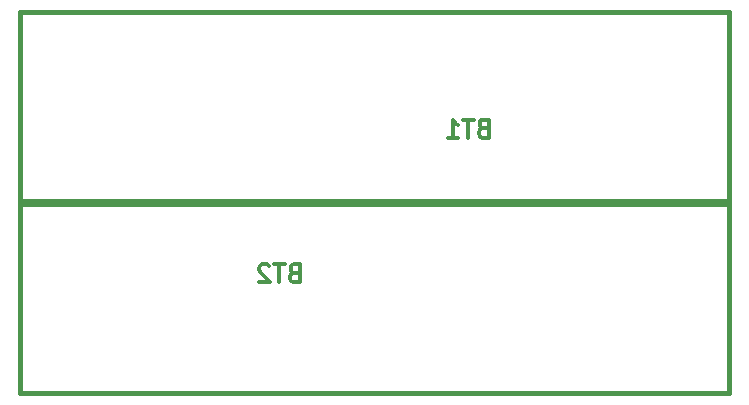
<source format=gbo>
G04 (created by PCBNEW-RS274X (2012-jan-04)-stable) date Sun 27 Jan 2013 19:14:15 CET*
G01*
G70*
G90*
%MOIN*%
G04 Gerber Fmt 3.4, Leading zero omitted, Abs format*
%FSLAX34Y34*%
G04 APERTURE LIST*
%ADD10C,0.006000*%
%ADD11C,0.015000*%
%ADD12C,0.012000*%
G04 APERTURE END LIST*
G54D10*
G54D11*
X74661Y-25400D02*
X51039Y-25400D01*
X51039Y-25400D02*
X51039Y-31700D01*
X51039Y-31700D02*
X74661Y-31700D01*
X74661Y-31700D02*
X74661Y-25400D01*
X51039Y-25300D02*
X74661Y-25300D01*
X74661Y-25300D02*
X74661Y-19000D01*
X74661Y-19000D02*
X51039Y-19000D01*
X51039Y-19000D02*
X51039Y-25300D01*
G54D12*
X60171Y-27692D02*
X60085Y-27720D01*
X60057Y-27749D01*
X60028Y-27806D01*
X60028Y-27892D01*
X60057Y-27949D01*
X60085Y-27977D01*
X60143Y-28006D01*
X60371Y-28006D01*
X60371Y-27406D01*
X60171Y-27406D01*
X60114Y-27434D01*
X60085Y-27463D01*
X60057Y-27520D01*
X60057Y-27577D01*
X60085Y-27634D01*
X60114Y-27663D01*
X60171Y-27692D01*
X60371Y-27692D01*
X59857Y-27406D02*
X59514Y-27406D01*
X59685Y-28006D02*
X59685Y-27406D01*
X59343Y-27463D02*
X59314Y-27434D01*
X59257Y-27406D01*
X59114Y-27406D01*
X59057Y-27434D01*
X59028Y-27463D01*
X59000Y-27520D01*
X59000Y-27577D01*
X59028Y-27663D01*
X59371Y-28006D01*
X59000Y-28006D01*
X66471Y-22866D02*
X66385Y-22894D01*
X66357Y-22923D01*
X66328Y-22980D01*
X66328Y-23066D01*
X66357Y-23123D01*
X66385Y-23151D01*
X66443Y-23180D01*
X66671Y-23180D01*
X66671Y-22580D01*
X66471Y-22580D01*
X66414Y-22608D01*
X66385Y-22637D01*
X66357Y-22694D01*
X66357Y-22751D01*
X66385Y-22808D01*
X66414Y-22837D01*
X66471Y-22866D01*
X66671Y-22866D01*
X66157Y-22580D02*
X65814Y-22580D01*
X65985Y-23180D02*
X65985Y-22580D01*
X65300Y-23180D02*
X65643Y-23180D01*
X65471Y-23180D02*
X65471Y-22580D01*
X65528Y-22666D01*
X65586Y-22723D01*
X65643Y-22751D01*
M02*

</source>
